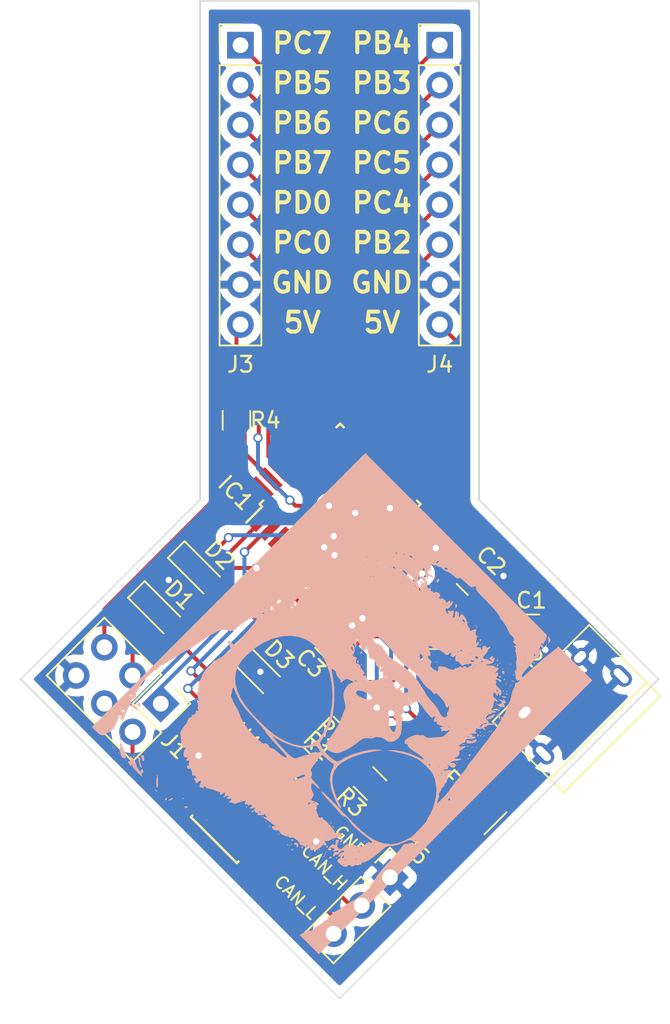
<source format=kicad_pcb>
(kicad_pcb (version 4) (host pcbnew 4.0.6)
  (layers (0 F.Cu signal) (31 B.Cu signal) (34 B.Paste user) (35 F.Paste user) (36 B.SilkS user) (37 F.SilkS user) (38 B.Mask user) (39 F.Mask user) (44 Edge.Cuts user))
  (net 0 "")
  (net 1 VCC)
  (net 2 GND)
  (net 3 "Net-(C2-Pad1)")
  (net 4 "Net-(C3-Pad1)")
  (net 5 "Net-(D1-Pad2)")
  (net 6 "Net-(D2-Pad2)")
  (net 7 "Net-(D3-Pad2)")
  (net 8 MISO_A)
  (net 9 MOSI_A)
  (net 10 "Net-(IC1-Pad3)")
  (net 11 TXCAN)
  (net 12 RXCAN)
  (net 13 "Net-(IC1-Pad13)")
  (net 14 "Net-(IC1-Pad14)")
  (net 15 LED1)
  (net 16 "Net-(IC1-Pad21)")
  (net 17 LED3)
  (net 18 LED2)
  (net 19 RESET)
  (net 20 "Net-(IC1-Pad32)")
  (net 21 "Net-(F1-Pad2)")
  (net 22 "Net-(J2-Pad2)")
  (net 23 "Net-(J2-Pad3)")
  (net 24 "Net-(J2-Pad4)")
  (net 25 "Net-(U1-Pad5)")
  (net 26 SCK_A)
  (net 27 25)
  (net 28 26)
  (net 29 27)
  (net 30 28)
  (net 31 29)
  (net 32 30)
  (net 33 16)
  (net 34 17)
  (net 35 18)
  (net 36 22)
  (net 37 23)
  (net 38 24)
  (net 39 /CANH)
  (net 40 /CANL)
  (module Pin_Headers:Pin_Header_Straight_1x03_Pitch2.54mm (layer F.Cu) (at 118.745 113.919 315)
    (fp_text reference J5 (at 0 -2.33 315) (layer F.SilkS))
    (fp_text value CONN_01X03)
    (pad 1 thru_hole rect (at 0 0 315) (size 1.7 1.7) (drill 1) (layers *.Cu *.Mask) (net 2 GND))
    (pad 2 thru_hole oval (at 0 2.54 315) (size 1.7 1.7) (drill 1) (layers *.Cu *.Mask) (net 39 /CANH))
    (pad 3 thru_hole oval (at 0 5.08 315) (size 1.7 1.7) (drill 1) (layers *.Cu *.Mask) (net 40 /CANL))
  )
  (module Housings_QFP:TQFP-32_7x7mm_Pitch0.8mm (layer F.Cu) (at 115.57 90.17 45)
    (fp_text reference IC1 (at -4.20276 -5.208549 135) (layer F.SilkS))
    (fp_text value ATMEGA16M1)
    (pad 1 smd rect (at -4.25 -2.8 45) (size 1.6 0.55) (layers F.Cu F.Paste F.Mask) (net 8 MISO_A))
    (pad 2 smd rect (at -4.25 -2 45) (size 1.6 0.55) (layers F.Cu F.Paste F.Mask) (net 9 MOSI_A))
    (pad 3 smd rect (at -4.25 -1.2 45) (size 1.6 0.55) (layers F.Cu F.Paste F.Mask) (net 10 "Net-(IC1-Pad3)"))
    (pad 4 smd rect (at -4.25 -0.4 45) (size 1.6 0.55) (layers F.Cu F.Paste F.Mask) (net 1 VCC))
    (pad 5 smd rect (at -4.25 0.4 45) (size 1.6 0.55) (layers F.Cu F.Paste F.Mask) (net 2 GND))
    (pad 6 smd rect (at -4.25 1.2 45) (size 1.6 0.55) (layers F.Cu F.Paste F.Mask) (net 11 TXCAN))
    (pad 7 smd rect (at -4.25 2 45) (size 1.6 0.55) (layers F.Cu F.Paste F.Mask) (net 12 RXCAN))
    (pad 8 smd rect (at -4.25 2.8 45) (size 1.6 0.55) (layers F.Cu F.Paste F.Mask) (net 18 LED2))
    (pad 9 smd rect (at -2.8 4.25 135) (size 1.6 0.55) (layers F.Cu F.Paste F.Mask) (net 17 LED3))
    (pad 10 smd rect (at -2 4.25 135) (size 1.6 0.55) (layers F.Cu F.Paste F.Mask) (net 4 "Net-(C3-Pad1)"))
    (pad 11 smd rect (at -1.2 4.25 135) (size 1.6 0.55) (layers F.Cu F.Paste F.Mask) (net 3 "Net-(C2-Pad1)"))
    (pad 12 smd rect (at -0.4 4.25 135) (size 1.6 0.55) (layers F.Cu F.Paste F.Mask) (net 26 SCK_A))
    (pad 13 smd rect (at 0.4 4.25 135) (size 1.6 0.55) (layers F.Cu F.Paste F.Mask) (net 13 "Net-(IC1-Pad13)"))
    (pad 14 smd rect (at 1.2 4.25 135) (size 1.6 0.55) (layers F.Cu F.Paste F.Mask) (net 14 "Net-(IC1-Pad14)"))
    (pad 15 smd rect (at 2 4.25 135) (size 1.6 0.55) (layers F.Cu F.Paste F.Mask) (net 15 LED1))
    (pad 16 smd rect (at 2.8 4.25 135) (size 1.6 0.55) (layers F.Cu F.Paste F.Mask) (net 33 16))
    (pad 17 smd rect (at 4.25 2.8 45) (size 1.6 0.55) (layers F.Cu F.Paste F.Mask) (net 34 17))
    (pad 18 smd rect (at 4.25 2 45) (size 1.6 0.55) (layers F.Cu F.Paste F.Mask) (net 35 18))
    (pad 19 smd rect (at 4.25 1.2 45) (size 1.6 0.55) (layers F.Cu F.Paste F.Mask) (net 1 VCC))
    (pad 20 smd rect (at 4.25 0.4 45) (size 1.6 0.55) (layers F.Cu F.Paste F.Mask) (net 2 GND))
    (pad 21 smd rect (at 4.25 -0.4 45) (size 1.6 0.55) (layers F.Cu F.Paste F.Mask) (net 16 "Net-(IC1-Pad21)"))
    (pad 22 smd rect (at 4.25 -1.2 45) (size 1.6 0.55) (layers F.Cu F.Paste F.Mask) (net 36 22))
    (pad 23 smd rect (at 4.25 -2 45) (size 1.6 0.55) (layers F.Cu F.Paste F.Mask) (net 37 23))
    (pad 24 smd rect (at 4.25 -2.8 45) (size 1.6 0.55) (layers F.Cu F.Paste F.Mask) (net 38 24))
    (pad 25 smd rect (at 2.8 -4.25 135) (size 1.6 0.55) (layers F.Cu F.Paste F.Mask) (net 27 25))
    (pad 26 smd rect (at 2 -4.25 135) (size 1.6 0.55) (layers F.Cu F.Paste F.Mask) (net 28 26))
    (pad 27 smd rect (at 1.2 -4.25 135) (size 1.6 0.55) (layers F.Cu F.Paste F.Mask) (net 29 27))
    (pad 28 smd rect (at 0.4 -4.25 135) (size 1.6 0.55) (layers F.Cu F.Paste F.Mask) (net 30 28))
    (pad 29 smd rect (at -0.4 -4.25 135) (size 1.6 0.55) (layers F.Cu F.Paste F.Mask) (net 31 29))
    (pad 30 smd rect (at -1.2 -4.25 135) (size 1.6 0.55) (layers F.Cu F.Paste F.Mask) (net 32 30))
    (pad 31 smd rect (at -2 -4.25 135) (size 1.6 0.55) (layers F.Cu F.Paste F.Mask) (net 19 RESET))
    (pad 32 smd rect (at -2.8 -4.25 135) (size 1.6 0.55) (layers F.Cu F.Paste F.Mask) (net 20 "Net-(IC1-Pad32)"))
  )
  (module Capacitors_SMD:C_0805_HandSoldering (layer F.Cu) (at 127.762 98.044)
    (fp_text reference C1 (at 0 -1.75) (layer F.SilkS))
    (fp_text value 0.1uF)
    (pad 1 smd rect (at -1.25 0) (size 1.5 1.25) (layers F.Cu F.Paste F.Mask) (net 1 VCC))
    (pad 2 smd rect (at 1.25 0) (size 1.5 1.25) (layers F.Cu F.Paste F.Mask) (net 2 GND))
  )
  (module Capacitors_SMD:C_0805_HandSoldering (layer F.Cu) (at 123.952 94.996 315)
    (fp_text reference C2 (at 0 -1.75 315) (layer F.SilkS))
    (fp_text value 30pF)
    (pad 1 smd rect (at -1.25 0 315) (size 1.5 1.25) (layers F.Cu F.Paste F.Mask) (net 3 "Net-(C2-Pad1)"))
    (pad 2 smd rect (at 1.25 0 315) (size 1.5 1.25) (layers F.Cu F.Paste F.Mask) (net 2 GND))
  )
  (module Capacitors_SMD:C_0805_HandSoldering (layer F.Cu) (at 114.935 99.06 135)
    (fp_text reference C3 (at 0 -1.75 135) (layer F.SilkS))
    (fp_text value 30pF)
    (pad 1 smd rect (at -1.25 0 135) (size 1.5 1.25) (layers F.Cu F.Paste F.Mask) (net 4 "Net-(C3-Pad1)"))
    (pad 2 smd rect (at 1.25 0 135) (size 1.5 1.25) (layers F.Cu F.Paste F.Mask) (net 2 GND))
  )
  (module LEDs:LED_0805_HandSoldering (layer F.Cu) (at 104.14 97.155 315)
    (fp_text reference D1 (at 0 -1.7 315) (layer F.SilkS))
    (fp_text value LED)
    (pad 1 smd rect (at -1.35 0 315) (size 1.5 1.3) (layers F.Cu F.Paste F.Mask) (net 2 GND))
    (pad 2 smd rect (at 1.35 0 315) (size 1.5 1.3) (layers F.Cu F.Paste F.Mask) (net 5 "Net-(D1-Pad2)"))
  )
  (module LEDs:LED_0805_HandSoldering (layer F.Cu) (at 106.68 94.615 315)
    (fp_text reference D2 (at 0 -1.7 315) (layer F.SilkS))
    (fp_text value LED)
    (pad 1 smd rect (at -1.35 0 315) (size 1.5 1.3) (layers F.Cu F.Paste F.Mask) (net 2 GND))
    (pad 2 smd rect (at 1.35 0 315) (size 1.5 1.3) (layers F.Cu F.Paste F.Mask) (net 6 "Net-(D2-Pad2)"))
  )
  (module LEDs:LED_0805_HandSoldering (layer F.Cu) (at 110.49 100.965 315)
    (fp_text reference D3 (at 0 -1.7 315) (layer F.SilkS))
    (fp_text value LED)
    (pad 1 smd rect (at -1.35 0 315) (size 1.5 1.3) (layers F.Cu F.Paste F.Mask) (net 2 GND))
    (pad 2 smd rect (at 1.35 0 315) (size 1.5 1.3) (layers F.Cu F.Paste F.Mask) (net 7 "Net-(D3-Pad2)"))
  )
  (module Pin_Headers:Pin_Header_Straight_2x03_Pitch2.54mm (layer F.Cu) (at 104.14 102.87 225)
    (fp_text reference J1 (at 1.257236 -2.514472 315) (layer F.SilkS))
    (fp_text value CONN_02X03)
    (pad 1 thru_hole rect (at 0 0 225) (size 1.7 1.7) (drill 1) (layers *.Cu *.Mask) (net 8 MISO_A))
    (pad 2 thru_hole oval (at 2.54 0 225) (size 1.7 1.7) (drill 1) (layers *.Cu *.Mask) (net 1 VCC))
    (pad 3 thru_hole oval (at 0 2.54 225) (size 1.7 1.7) (drill 1) (layers *.Cu *.Mask) (net 26 SCK_A))
    (pad 4 thru_hole oval (at 2.54 2.54 225) (size 1.7 1.7) (drill 1) (layers *.Cu *.Mask) (net 9 MOSI_A))
    (pad 5 thru_hole oval (at 0 5.08 225) (size 1.7 1.7) (drill 1) (layers *.Cu *.Mask) (net 19 RESET))
    (pad 6 thru_hole oval (at 2.54 5.08 225) (size 1.7 1.7) (drill 1) (layers *.Cu *.Mask) (net 2 GND))
  )
  (module Formula:USB_Micro-B (layer F.Cu) (at 130.048 102.616 45)
    (fp_text reference J2 (at 0.35921 -3.771708 135) (layer F.SilkS))
    (fp_text value USB_OTG)
    (pad 1 smd rect (at -1.3 -1.35 135) (size 1.35 0.4) (layers F.Cu F.Paste F.Mask) (net 21 "Net-(F1-Pad2)"))
    (pad 2 smd rect (at -0.65 -1.35 135) (size 1.35 0.4) (layers F.Cu F.Paste F.Mask) (net 22 "Net-(J2-Pad2)"))
    (pad 3 smd rect (at 0 -1.35 135) (size 1.35 0.4) (layers F.Cu F.Paste F.Mask) (net 23 "Net-(J2-Pad3)"))
    (pad 4 smd rect (at 0.65 -1.35 135) (size 1.35 0.4) (layers F.Cu F.Paste F.Mask) (net 24 "Net-(J2-Pad4)"))
    (pad 5 smd rect (at 1.3 -1.35 135) (size 1.35 0.4) (layers F.Cu F.Paste F.Mask) (net 2 GND))
    (pad 6 thru_hole oval (at -2.5 -1.35 135) (size 0.95 1.25) (drill oval 0.55 0.85) (layers *.Cu *.Mask) (net 2 GND))
    (pad 6 thru_hole oval (at 2.5 -1.35 135) (size 0.95 1.25) (drill oval 0.55 0.85) (layers *.Cu *.Mask) (net 2 GND))
    (pad 6 thru_hole oval (at -3.5 1.35 135) (size 1.55 1) (drill oval 1.15 0.5) (layers *.Cu *.Mask) (net 2 GND))
    (pad 6 thru_hole oval (at 3.5 1.35 135) (size 1.55 1) (drill oval 1.15 0.5) (layers *.Cu *.Mask) (net 2 GND))
  )
  (module Pin_Headers:Pin_Header_Straight_1x08_Pitch2.54mm (layer F.Cu) (at 109.22 60.96)
    (fp_text reference J3 (at 0 20.32) (layer F.SilkS))
    (fp_text value CONN_01X08)
    (pad 1 thru_hole rect (at 0 0) (size 1.7 1.7) (drill 1) (layers *.Cu *.Mask) (net 27 25))
    (pad 2 thru_hole oval (at 0 2.54) (size 1.7 1.7) (drill 1) (layers *.Cu *.Mask) (net 28 26))
    (pad 3 thru_hole oval (at 0 5.08) (size 1.7 1.7) (drill 1) (layers *.Cu *.Mask) (net 29 27))
    (pad 4 thru_hole oval (at 0 7.62) (size 1.7 1.7) (drill 1) (layers *.Cu *.Mask) (net 30 28))
    (pad 5 thru_hole oval (at 0 10.16) (size 1.7 1.7) (drill 1) (layers *.Cu *.Mask) (net 31 29))
    (pad 6 thru_hole oval (at 0 12.7) (size 1.7 1.7) (drill 1) (layers *.Cu *.Mask) (net 32 30))
    (pad 7 thru_hole oval (at 0 15.24) (size 1.7 1.7) (drill 1) (layers *.Cu *.Mask) (net 2 GND))
    (pad 8 thru_hole oval (at 0 17.78) (size 1.7 1.7) (drill 1) (layers *.Cu *.Mask) (net 1 VCC))
  )
  (module Pin_Headers:Pin_Header_Straight_1x08_Pitch2.54mm (layer F.Cu) (at 121.92 60.96)
    (fp_text reference J4 (at 0 20.32) (layer F.SilkS))
    (fp_text value CONN_01X08)
    (pad 1 thru_hole rect (at 0 0) (size 1.7 1.7) (drill 1) (layers *.Cu *.Mask) (net 38 24))
    (pad 2 thru_hole oval (at 0 2.54) (size 1.7 1.7) (drill 1) (layers *.Cu *.Mask) (net 37 23))
    (pad 3 thru_hole oval (at 0 5.08) (size 1.7 1.7) (drill 1) (layers *.Cu *.Mask) (net 36 22))
    (pad 4 thru_hole oval (at 0 7.62) (size 1.7 1.7) (drill 1) (layers *.Cu *.Mask) (net 35 18))
    (pad 5 thru_hole oval (at 0 10.16) (size 1.7 1.7) (drill 1) (layers *.Cu *.Mask) (net 34 17))
    (pad 6 thru_hole oval (at 0 12.7) (size 1.7 1.7) (drill 1) (layers *.Cu *.Mask) (net 33 16))
    (pad 7 thru_hole oval (at 0 15.24) (size 1.7 1.7) (drill 1) (layers *.Cu *.Mask) (net 2 GND))
    (pad 8 thru_hole oval (at 0 17.78) (size 1.7 1.7) (drill 1) (layers *.Cu *.Mask) (net 1 VCC))
  )
  (module Resistors_SMD:R_0805_HandSoldering (layer F.Cu) (at 113.03 106.68 135)
    (fp_text reference R1 (at 0 1.616446 135) (layer F.SilkS))
    (fp_text value 330)
    (pad 1 smd rect (at -1.35 0 135) (size 1.5 1.3) (layers F.Cu F.Paste F.Mask) (net 15 LED1))
    (pad 2 smd rect (at 1.35 0 135) (size 1.5 1.3) (layers F.Cu F.Paste F.Mask) (net 5 "Net-(D1-Pad2)"))
  )
  (module Resistors_SMD:R_0805_HandSoldering (layer F.Cu) (at 116.205 103.505 135)
    (fp_text reference R2 (at 0 -1.700001 135) (layer F.SilkS))
    (fp_text value 330)
    (pad 1 smd rect (at -1.35 0 135) (size 1.5 1.3) (layers F.Cu F.Paste F.Mask) (net 18 LED2))
    (pad 2 smd rect (at 1.35 0 135) (size 1.5 1.3) (layers F.Cu F.Paste F.Mask) (net 6 "Net-(D2-Pad2)"))
  )
  (module Resistors_SMD:R_0805_HandSoldering (layer F.Cu) (at 117.475 107.95 135)
    (fp_text reference R3 (at 0 -1.7 135) (layer F.SilkS))
    (fp_text value 330)
    (pad 1 smd rect (at -1.35 0 135) (size 1.5 1.3) (layers F.Cu F.Paste F.Mask) (net 17 LED3))
    (pad 2 smd rect (at 1.35 0 135) (size 1.5 1.3) (layers F.Cu F.Paste F.Mask) (net 7 "Net-(D3-Pad2)"))
  )
  (module Housings_SOIC:SOIC-8_3.9x4.9mm_Pitch1.27mm (layer F.Cu) (at 109.347 109.728 315)
    (fp_text reference U1 (at -3.14309 -3.5023 315) (layer F.SilkS))
    (fp_text value MCP2561-E/SN)
    (pad 1 smd rect (at -2.7 -1.905 315) (size 1.55 0.6) (layers F.Cu F.Paste F.Mask) (net 11 TXCAN))
    (pad 2 smd rect (at -2.7 -0.635 315) (size 1.55 0.6) (layers F.Cu F.Paste F.Mask) (net 2 GND))
    (pad 3 smd rect (at -2.7 0.635 315) (size 1.55 0.6) (layers F.Cu F.Paste F.Mask) (net 1 VCC))
    (pad 4 smd rect (at -2.7 1.905 315) (size 1.55 0.6) (layers F.Cu F.Paste F.Mask) (net 12 RXCAN))
    (pad 5 smd rect (at 2.7 1.905 315) (size 1.55 0.6) (layers F.Cu F.Paste F.Mask) (net 25 "Net-(U1-Pad5)"))
    (pad 6 smd rect (at 2.7 0.635 315) (size 1.55 0.6) (layers F.Cu F.Paste F.Mask) (net 40 /CANL))
    (pad 7 smd rect (at 2.7 -0.635 315) (size 1.55 0.6) (layers F.Cu F.Paste F.Mask) (net 39 /CANH))
    (pad 8 smd rect (at 2.7 -1.905 315) (size 1.55 0.6) (layers F.Cu F.Paste F.Mask) (net 2 GND))
  )
  (module Formula:Crystal_SMD_FA238 (layer F.Cu) (at 120.65 97.79 180)
    (fp_text reference Y1 (at 0 -2.54 180) (layer F.SilkS))
    (fp_text value Crystal_SMD)
    (pad 1 smd rect (at -1.1 0.8 180) (size 1.4 1.2) (layers F.Cu F.Mask) (net 3 "Net-(C2-Pad1)"))
    (pad 2 smd rect (at 1.1 0.8 180) (size 1.4 1.2) (layers F.Cu F.Mask) (net 2 GND))
    (pad 3 smd rect (at 1.1 -0.8 180) (size 1.4 1.2) (layers F.Cu F.Mask) (net 4 "Net-(C3-Pad1)"))
    (pad 4 smd rect (at -1.1 -0.8 180) (size 1.4 1.2) (layers F.Cu F.Mask) (net 2 GND))
  )
  (module Fuse_Holders_and_Fuses:Fuse_SMD1206_HandSoldering (layer F.Cu) (at 124.714 109.728 45)
    (fp_text reference F1 (at 0 -2.514472 135) (layer F.SilkS))
    (fp_text value Polyfuse)
    (pad 1 smd rect (at -2.09 0 135) (size 2.03 2.65) (layers F.Cu F.Paste F.Mask) (net 1 VCC))
    (pad 2 smd rect (at 2.09 0 135) (size 2.03 2.65) (layers F.Cu F.Paste F.Mask) (net 21 "Net-(F1-Pad2)"))
  )
  (module Resistors_SMD:R_0805_HandSoldering (layer F.Cu) (at 108.966 84.836 270)
    (fp_text reference R4 (at 0 -1.8415 360) (layer F.SilkS))
    (fp_text value 10K)
    (pad 1 smd rect (at -1.35 0 270) (size 1.5 1.3) (layers F.Cu F.Paste F.Mask) (net 1 VCC))
    (pad 2 smd rect (at 1.35 0 270) (size 1.5 1.3) (layers F.Cu F.Paste F.Mask) (net 19 RESET))
  )
  (module Formula:Byron-Face-small (layer B.Cu) (at 115.697 102.87 315)
    (fp_text reference G*** hide)
    (fp_text value LOGO hide)
  )
  (gr_text 5V (at 118.237 78.613) (layer F.SilkS) (effects (font (size 1.27 1.27) (thickness 0.254))))
  (gr_text GND (at 118.237 76.073) (layer F.SilkS) (effects (font (size 1.27 1.27) (thickness 0.254))))
  (gr_text PB2 (at 118.237 73.533) (layer F.SilkS) (effects (font (size 1.27 1.27) (thickness 0.254))))
  (gr_text PC4 (at 118.237 70.993) (layer F.SilkS) (effects (font (size 1.27 1.27) (thickness 0.254))))
  (gr_text PC5 (at 118.237 68.453) (layer F.SilkS) (effects (font (size 1.27 1.27) (thickness 0.254))))
  (gr_text 5V (at 113.157 78.613) (layer F.SilkS) (effects (font (size 1.27 1.27) (thickness 0.254))))
  (gr_text GND (at 113.157 76.073) (layer F.SilkS) (effects (font (size 1.27 1.27) (thickness 0.254))))
  (gr_text PC0 (at 113.157 73.533) (layer F.SilkS) (effects (font (size 1.27 1.27) (thickness 0.254))))
  (gr_text PD0 (at 113.157 70.993) (layer F.SilkS) (effects (font (size 1.27 1.27) (thickness 0.254))))
  (gr_text PB7 (at 113.157 68.453) (layer F.SilkS) (effects (font (size 1.27 1.27) (thickness 0.254))))
  (gr_text PB6 (at 113.157 65.913) (layer F.SilkS) (effects (font (size 1.27 1.27) (thickness 0.254))))
  (gr_text PC6 (at 118.237 65.913) (layer F.SilkS) (effects (font (size 1.27 1.27) (thickness 0.254))))
  (gr_text PB3 (at 118.237 63.373) (layer F.SilkS) (effects (font (size 1.27 1.27) (thickness 0.254))))
  (gr_text PB4 (at 118.237 60.833) (layer F.SilkS) (effects (font (size 1.27 1.27) (thickness 0.254))))
  (gr_text PB5 (at 113.157 63.373) (layer F.SilkS) (effects (font (size 1.27 1.27) (thickness 0.254))))
  (gr_text "PC7\n" (at 113.157 60.833) (layer F.SilkS) (effects (font (size 1.27 1.27) (thickness 0.254))))
  (gr_text "GND\n" (at 116.205 111.633 315) (layer F.SilkS) (effects (font (size 0.762 0.762) (thickness 0.127))))
  (gr_text "CAN_L\n" (at 112.776 115.189 315) (layer F.SilkS) (effects (font (size 0.762 0.762) (thickness 0.127))))
  (gr_text CAN_H (at 114.554 113.284 315) (layer F.SilkS) (effects (font (size 0.762 0.762) (thickness 0.127))))
  (gr_line (start 106.645012 58.134261) (end 106.645012 89.884261) (layer Edge.Cuts) (width 0.1))
  (gr_line (start 95.215012 101.314261) (end 106.645012 89.884261) (layer Edge.Cuts) (width 0.1))
  (gr_line (start 95.215012 101.314261) (end 115.535012 121.634261) (layer Edge.Cuts) (width 0.1))
  (gr_line (start 115.535012 121.634261) (end 135.855012 101.314261) (layer Edge.Cuts) (width 0.1))
  (gr_line (start 135.855012 101.314261) (end 124.425012 89.884261) (layer Edge.Cuts) (width 0.1))
  (gr_line (start 124.425012 58.134261) (end 124.425012 89.884261) (layer Edge.Cuts) (width 0.1))
  (gr_line (start 106.645012 58.134261) (end 124.425012 58.134261) (layer Edge.Cuts) (width 0.1))
  (segment (start 123.698 91.313) (end 123.317 91.313) (width 0.254) (layer F.Cu) (net 1))
  (segment (start 126.512 97.262) (end 127.127 96.647) (width 0.254) (layer F.Cu) (net 1))
  (segment (start 127.127 96.647) (end 127.127 94.742) (width 0.254) (layer F.Cu) (net 1))
  (segment (start 127.127 94.742) (end 123.698 91.313) (width 0.254) (layer F.Cu) (net 1))
  (via (at 118.745 90.424) (size 0.6) (drill 0.4) (layers F.Cu B.Cu) (net 1))
  (segment (start 118.745 90.424) (end 118.4402 90.7288) (width 0.254) (layer F.Cu) (net 1))
  (segment (start 116.5352 90.7288) (end 118.4402 90.7288) (width 0.254) (layer F.Cu) (net 1))
  (segment (start 126.512 97.262) (end 126.512 98.044) (width 0.254) (layer F.Cu) (net 1))
  (segment (start 119.126 90.424) (end 118.745 90.424) (width 0.254) (layer B.Cu) (net 1))
  (segment (start 121.666 92.964) (end 119.126 90.424) (width 0.254) (layer B.Cu) (net 1))
  (via (at 121.666 92.964) (size 0.6) (drill 0.4) (layers F.Cu B.Cu) (net 1))
  (segment (start 123.317 91.313) (end 121.666 92.964) (width 0.254) (layer F.Cu) (net 1))
  (segment (start 109.982 108.712) (end 107.432975 108.712) (width 0.254) (layer F.Cu) (net 1))
  (segment (start 107.432975 108.712) (end 106.988799 108.267824) (width 0.254) (layer F.Cu) (net 1))
  (segment (start 123.236147 111.205853) (end 119.934147 111.205853) (width 0.254) (layer F.Cu) (net 1))
  (segment (start 102.343949 107.042949) (end 102.343949 104.666051) (width 0.254) (layer F.Cu) (net 1))
  (segment (start 106.045 110.744) (end 102.343949 107.042949) (width 0.254) (layer F.Cu) (net 1))
  (segment (start 107.95 110.744) (end 106.045 110.744) (width 0.254) (layer F.Cu) (net 1))
  (segment (start 109.982 108.712) (end 107.95 110.744) (width 0.254) (layer F.Cu) (net 1))
  (segment (start 112.903 108.712) (end 109.982 108.712) (width 0.254) (layer F.Cu) (net 1))
  (segment (start 115.824 111.633) (end 112.903 108.712) (width 0.254) (layer F.Cu) (net 1))
  (segment (start 119.507 111.633) (end 115.824 111.633) (width 0.254) (layer F.Cu) (net 1))
  (segment (start 119.934147 111.205853) (end 119.507 111.633) (width 0.254) (layer F.Cu) (net 1))
  (segment (start 126.512 98.044) (end 126.512 98.024) (width 0.254) (layer F.Cu) (net 1))
  (segment (start 126.512 98.024) (end 127.635 96.901) (width 0.254) (layer F.Cu) (net 1))
  (segment (start 123.063 79.883) (end 121.92 78.74) (width 0.254) (layer F.Cu) (net 1))
  (segment (start 123.063 89.789) (end 123.063 79.883) (width 0.254) (layer F.Cu) (net 1))
  (segment (start 127.635 94.361) (end 123.063 89.789) (width 0.254) (layer F.Cu) (net 1))
  (segment (start 127.635 96.901) (end 127.635 94.361) (width 0.254) (layer F.Cu) (net 1))
  (segment (start 123.490147 111.205853) (end 123.490147 110.443853) (width 0.254) (layer F.Cu) (net 1))
  (segment (start 123.490147 110.443853) (end 123.952 109.982) (width 0.254) (layer F.Cu) (net 1))
  (segment (start 126.512 98.913) (end 126.512 98.044) (width 0.254) (layer F.Cu) (net 1))
  (segment (start 123.952 101.473) (end 126.512 98.913) (width 0.254) (layer F.Cu) (net 1))
  (segment (start 123.952 109.982) (end 123.952 101.473) (width 0.254) (layer F.Cu) (net 1))
  (segment (start 123.490147 111.205853) (end 123.490147 101.065853) (width 0.254) (layer F.Cu) (net 1))
  (segment (start 123.490147 101.065853) (end 126.512 98.044) (width 0.254) (layer F.Cu) (net 1))
  (segment (start 114.8588 90.2716) (end 112.7252 90.2716) (width 0.254) (layer F.Cu) (net 1))
  (segment (start 110.3884 84.9084) (end 108.966 83.486) (width 0.254) (layer F.Cu) (net 1))
  (segment (start 110.3884 85.9028) (end 110.3884 84.9084) (width 0.254) (layer F.Cu) (net 1))
  (segment (start 110.3376 85.9536) (end 110.3884 85.9028) (width 0.254) (layer F.Cu) (net 1))
  (via (at 110.3376 85.9536) (size 0.6) (drill 0.4) (layers F.Cu B.Cu) (net 1))
  (segment (start 110.3376 87.884) (end 110.3376 85.9536) (width 0.254) (layer B.Cu) (net 1))
  (segment (start 112.3696 89.916) (end 110.3376 87.884) (width 0.254) (layer B.Cu) (net 1))
  (via (at 112.3696 89.916) (size 0.6) (drill 0.4) (layers F.Cu B.Cu) (net 1))
  (segment (start 112.7252 90.2716) (end 112.3696 89.916) (width 0.254) (layer F.Cu) (net 1))
  (segment (start 108.966 83.486) (end 108.966 78.994) (width 0.254) (layer F.Cu) (net 1))
  (segment (start 108.966 78.994) (end 109.22 78.74) (width 0.254) (layer F.Cu) (net 1))
  (segment (start 123.490147 111.205853) (end 123.490147 109.935853) (width 0.254) (layer F.Cu) (net 1))
  (segment (start 112.281953 92.892361) (end 112.281953 92.848447) (width 0.254) (layer F.Cu) (net 1))
  (segment (start 112.281953 92.848447) (end 114.8588 90.2716) (width 0.254) (layer F.Cu) (net 1))
  (via (at 116.5352 90.7288) (size 0.6) (drill 0.4) (layers F.Cu B.Cu) (net 1))
  (via (at 114.8588 90.2716) (size 0.6) (drill 0.4) (layers F.Cu B.Cu) (net 1))
  (segment (start 114.8588 90.2716) (end 115.316 90.7288) (width 0.254) (layer B.Cu) (net 1))
  (segment (start 115.316 90.7288) (end 116.5352 90.7288) (width 0.254) (layer B.Cu) (net 1))
  (segment (start 116.5352 90.7288) (end 119.250676 88.013324) (width 0.254) (layer F.Cu) (net 1))
  (segment (start 119.250676 88.013324) (end 119.423732 88.013324) (width 0.254) (layer F.Cu) (net 1))
  (segment (start 112.603227 110.29015) (end 112.70315 110.29015) (width 0.254) (layer F.Cu) (net 2))
  (segment (start 112.70315 110.29015) (end 114.046 111.633) (width 0.254) (layer F.Cu) (net 2))
  (via (at 114.046 111.633) (size 0.6) (drill 0.4) (layers F.Cu B.Cu) (net 2))
  (segment (start 107.886824 107.369799) (end 107.750799 107.369799) (width 0.254) (layer F.Cu) (net 2))
  (segment (start 107.750799 107.369799) (end 106.553 106.172) (width 0.254) (layer F.Cu) (net 2))
  (via (at 106.553 106.172) (size 0.6) (drill 0.4) (layers F.Cu B.Cu) (net 2))
  (segment (start 128.651 98.405) (end 128.651 99.441) (width 0.254) (layer F.Cu) (net 2))
  (via (at 128.651 99.441) (size 0.6) (drill 0.4) (layers F.Cu B.Cu) (net 2))
  (segment (start 128.651 99.441) (end 129.952167 100.742167) (width 0.254) (layer F.Cu) (net 2))
  (segment (start 128.651 98.405) (end 129.012 98.044) (width 0.254) (layer F.Cu) (net 2))
  (segment (start 130.012645 100.742167) (end 129.952167 100.742167) (width 0.254) (layer F.Cu) (net 2))
  (segment (start 124.835883 95.879883) (end 124.846117 95.879883) (width 0.254) (layer F.Cu) (net 2))
  (segment (start 124.846117 95.879883) (end 125.984 94.742) (width 0.254) (layer F.Cu) (net 2))
  (via (at 125.984 94.742) (size 0.6) (drill 0.4) (layers F.Cu B.Cu) (net 2))
  (segment (start 109.535406 100.010406) (end 109.662406 100.010406) (width 0.254) (layer F.Cu) (net 2))
  (segment (start 109.662406 100.010406) (end 110.49 100.838) (width 0.254) (layer F.Cu) (net 2))
  (via (at 110.49 100.838) (size 0.6) (drill 0.4) (layers F.Cu B.Cu) (net 2))
  (segment (start 105.725406 93.660406) (end 105.725406 93.918594) (width 0.254) (layer F.Cu) (net 2))
  (segment (start 105.725406 93.918594) (end 104.648 94.996) (width 0.254) (layer F.Cu) (net 2))
  (segment (start 103.185406 96.200406) (end 103.443594 96.200406) (width 0.254) (layer F.Cu) (net 2))
  (segment (start 103.443594 96.200406) (end 104.648 94.996) (width 0.254) (layer F.Cu) (net 2))
  (via (at 104.648 94.996) (size 0.6) (drill 0.4) (layers F.Cu B.Cu) (net 2))
  (segment (start 112.847639 93.458047) (end 118.858047 87.447639) (width 0.254) (layer F.Cu) (net 2))
  (segment (start 114.051117 98.176117) (end 114.051117 99.776317) (width 0.254) (layer F.Cu) (net 2))
  (segment (start 118.8416 101.4984) (end 121.75 98.59) (width 0.254) (layer F.Cu) (net 2))
  (segment (start 115.7732 101.4984) (end 118.8416 101.4984) (width 0.254) (layer F.Cu) (net 2))
  (segment (start 114.051117 99.776317) (end 115.7732 101.4984) (width 0.254) (layer F.Cu) (net 2))
  (segment (start 114.051117 98.176117) (end 114.051117 97.490317) (width 0.254) (layer F.Cu) (net 2))
  (segment (start 114.051117 97.490317) (end 112.0648 95.504) (width 0.254) (layer F.Cu) (net 2))
  (segment (start 112.0648 95.504) (end 112.0648 94.240886) (width 0.254) (layer F.Cu) (net 2))
  (segment (start 112.0648 94.240886) (end 112.847639 93.458047) (width 0.254) (layer F.Cu) (net 2))
  (segment (start 124.835883 95.879883) (end 124.835883 97.414117) (width 0.254) (layer F.Cu) (net 2))
  (segment (start 124.835883 97.414117) (end 123.66 98.59) (width 0.254) (layer F.Cu) (net 2))
  (segment (start 123.66 98.59) (end 121.75 98.59) (width 0.254) (layer F.Cu) (net 2))
  (segment (start 119.55 96.99) (end 119.6976 96.99) (width 0.254) (layer F.Cu) (net 2))
  (segment (start 119.6976 96.99) (end 121.2976 98.59) (width 0.254) (layer F.Cu) (net 2))
  (segment (start 121.2976 98.59) (end 121.75 98.59) (width 0.254) (layer F.Cu) (net 2))
  (segment (start 121.75 96.99) (end 121.75 95.430234) (width 0.254) (layer F.Cu) (net 3))
  (segment (start 121.75 95.430234) (end 123.068117 94.112117) (width 0.254) (layer F.Cu) (net 3))
  (segment (start 121.75 96.99) (end 121.75 96.8072) (width 0.254) (layer F.Cu) (net 3))
  (segment (start 121.75 96.8072) (end 119.9896 95.0468) (width 0.254) (layer F.Cu) (net 3))
  (segment (start 119.9896 95.0468) (end 118.749744 95.0468) (width 0.254) (layer F.Cu) (net 3))
  (segment (start 118.749744 95.0468) (end 117.726676 94.023732) (width 0.254) (layer F.Cu) (net 3))
  (segment (start 119.55 98.59) (end 117.172766 98.59) (width 0.254) (layer F.Cu) (net 4))
  (segment (start 117.172766 98.59) (end 115.818883 99.943883) (width 0.254) (layer F.Cu) (net 4))
  (segment (start 119.55 98.59) (end 119.164 98.59) (width 0.254) (layer F.Cu) (net 4))
  (segment (start 119.164 98.59) (end 118.0592 97.4852) (width 0.254) (layer F.Cu) (net 4))
  (segment (start 118.0592 97.4852) (end 118.0592 95.487627) (width 0.254) (layer F.Cu) (net 4))
  (segment (start 118.0592 95.487627) (end 117.16099 94.589417) (width 0.254) (layer F.Cu) (net 4))
  (segment (start 105.094594 98.109594) (end 105.094594 98.744594) (width 0.254) (layer F.Cu) (net 5))
  (segment (start 105.094594 98.744594) (end 112.075406 105.725406) (width 0.254) (layer F.Cu) (net 5))
  (segment (start 107.634594 95.569594) (end 108.269594 95.569594) (width 0.254) (layer F.Cu) (net 6))
  (segment (start 108.269594 95.569594) (end 115.250406 102.550406) (width 0.254) (layer F.Cu) (net 6))
  (segment (start 111.444594 101.919594) (end 116.520406 106.995406) (width 0.254) (layer F.Cu) (net 7))
  (segment (start 104.14 102.87) (end 104.14 101.854) (width 0.254) (layer B.Cu) (net 8))
  (segment (start 104.14 101.854) (end 110.236 95.758) (width 0.254) (layer B.Cu) (net 8))
  (segment (start 110.236 95.758) (end 110.236 94.234) (width 0.254) (layer B.Cu) (net 8))
  (via (at 110.236 94.234) (size 0.6) (drill 0.4) (layers F.Cu B.Cu) (net 8))
  (segment (start 110.236 94.234) (end 108.712 94.234) (width 0.254) (layer F.Cu) (net 8))
  (segment (start 108.712 94.234) (end 108.458 93.98) (width 0.254) (layer F.Cu) (net 8))
  (segment (start 108.458 93.98) (end 108.458 93.322202) (width 0.254) (layer F.Cu) (net 8))
  (segment (start 108.458 93.322202) (end 110.584897 91.195305) (width 0.254) (layer F.Cu) (net 8))
  (segment (start 100.547898 102.87) (end 102.362 102.87) (width 0.254) (layer B.Cu) (net 9))
  (segment (start 109.474 93.218) (end 110.93101 91.76099) (width 0.254) (layer F.Cu) (net 9))
  (via (at 109.474 93.218) (size 0.6) (drill 0.4) (layers F.Cu B.Cu) (net 9))
  (segment (start 109.474 95.758) (end 109.474 93.218) (width 0.254) (layer B.Cu) (net 9))
  (segment (start 102.362 102.87) (end 109.474 95.758) (width 0.254) (layer B.Cu) (net 9))
  (segment (start 110.93101 91.76099) (end 111.150583 91.76099) (width 0.254) (layer F.Cu) (net 9))
  (segment (start 108.78485 106.471773) (end 109.047227 106.471773) (width 0.254) (layer F.Cu) (net 11))
  (segment (start 109.047227 106.471773) (end 109.8296 105.6894) (width 0.254) (layer F.Cu) (net 11))
  (segment (start 109.8296 105.6894) (end 109.8296 104.5464) (width 0.254) (layer F.Cu) (net 11))
  (segment (start 113.413324 94.023732) (end 113.443468 94.023732) (width 0.254) (layer F.Cu) (net 11))
  (segment (start 113.443468 94.023732) (end 114.554 92.9132) (width 0.254) (layer F.Cu) (net 11))
  (via (at 114.554 92.9132) (size 0.6) (drill 0.4) (layers F.Cu B.Cu) (net 11))
  (segment (start 114.554 92.9132) (end 110.998 96.4692) (width 0.254) (layer B.Cu) (net 11))
  (segment (start 110.998 96.4692) (end 110.3884 96.4692) (width 0.254) (layer B.Cu) (net 11))
  (segment (start 110.3884 96.4692) (end 106.0704 100.7872) (width 0.254) (layer B.Cu) (net 11))
  (via (at 106.0704 100.7872) (size 0.6) (drill 0.4) (layers F.Cu B.Cu) (net 11))
  (segment (start 106.0704 100.7872) (end 109.8296 104.5464) (width 0.254) (layer F.Cu) (net 11))
  (segment (start 106.090773 109.16585) (end 106.090773 109.138773) (width 0.254) (layer F.Cu) (net 12))
  (segment (start 106.090773 109.138773) (end 105.41 108.458) (width 0.254) (layer F.Cu) (net 12))
  (segment (start 105.41 108.458) (end 105.41 106.426) (width 0.254) (layer F.Cu) (net 12))
  (segment (start 105.41 106.426) (end 107.315 104.521) (width 0.254) (layer F.Cu) (net 12))
  (segment (start 107.315 104.521) (end 107.315 103.378) (width 0.254) (layer F.Cu) (net 12))
  (segment (start 114.046183 94.589417) (end 115.2144 93.4212) (width 0.254) (layer F.Cu) (net 12))
  (via (at 115.2144 93.4212) (size 0.6) (drill 0.4) (layers F.Cu B.Cu) (net 12))
  (segment (start 115.2144 93.4212) (end 111.5568 97.0788) (width 0.254) (layer B.Cu) (net 12))
  (segment (start 111.5568 97.0788) (end 110.6932 97.0788) (width 0.254) (layer B.Cu) (net 12))
  (segment (start 110.6932 97.0788) (end 105.8672 101.9048) (width 0.254) (layer B.Cu) (net 12))
  (via (at 105.8672 101.9048) (size 0.6) (drill 0.4) (layers F.Cu B.Cu) (net 12))
  (segment (start 106.807 102.8446) (end 107.3404 103.378) (width 0.254) (layer F.Cu) (net 12))
  (segment (start 105.8672 101.9048) (end 106.807 102.8446) (width 0.254) (layer F.Cu) (net 12))
  (segment (start 113.97901 94.589417) (end 114.046183 94.589417) (width 0.254) (layer F.Cu) (net 12))
  (segment (start 119.989417 91.76099) (end 119.989417 91.795417) (width 0.254) (layer F.Cu) (net 15))
  (segment (start 119.989417 91.795417) (end 120.8024 92.6084) (width 0.254) (layer F.Cu) (net 15))
  (segment (start 120.8024 92.6084) (end 120.8024 94.5896) (width 0.254) (layer F.Cu) (net 15))
  (via (at 120.8024 94.5896) (size 0.6) (drill 0.4) (layers F.Cu B.Cu) (net 15))
  (segment (start 120.8024 94.5896) (end 118.618 96.774) (width 0.254) (layer B.Cu) (net 15))
  (segment (start 118.618 96.774) (end 118.618 98.1456) (width 0.254) (layer B.Cu) (net 15))
  (segment (start 118.618 98.1456) (end 119.7864 99.314) (width 0.254) (layer B.Cu) (net 15))
  (segment (start 119.7864 99.314) (end 119.7864 103.1748) (width 0.254) (layer B.Cu) (net 15))
  (via (at 119.7864 103.1748) (size 0.6) (drill 0.4) (layers F.Cu B.Cu) (net 15))
  (segment (start 119.7864 103.1748) (end 120.4976 103.886) (width 0.254) (layer F.Cu) (net 15))
  (segment (start 120.4976 103.886) (end 120.4976 109.474) (width 0.254) (layer F.Cu) (net 15))
  (segment (start 120.4976 109.474) (end 118.9736 110.998) (width 0.254) (layer F.Cu) (net 15))
  (segment (start 118.9736 110.998) (end 117.348 110.998) (width 0.254) (layer F.Cu) (net 15))
  (segment (start 117.348 110.998) (end 113.984594 107.634594) (width 0.254) (layer F.Cu) (net 15))
  (segment (start 116.595305 95.155103) (end 116.595305 97.037305) (width 0.254) (layer F.Cu) (net 17))
  (segment (start 119.7864 107.547788) (end 118.429594 108.904594) (width 0.254) (layer F.Cu) (net 17))
  (segment (start 119.7864 104.4448) (end 119.7864 107.547788) (width 0.254) (layer F.Cu) (net 17))
  (segment (start 118.8212 103.4796) (end 119.7864 104.4448) (width 0.254) (layer F.Cu) (net 17))
  (via (at 118.8212 103.4796) (size 0.6) (drill 0.4) (layers F.Cu B.Cu) (net 17))
  (segment (start 118.8212 99.2632) (end 118.8212 103.4796) (width 0.254) (layer B.Cu) (net 17))
  (segment (start 116.9924 97.4344) (end 118.8212 99.2632) (width 0.254) (layer B.Cu) (net 17))
  (via (at 116.9924 97.4344) (size 0.6) (drill 0.4) (layers F.Cu B.Cu) (net 17))
  (segment (start 116.595305 97.037305) (end 116.9924 97.4344) (width 0.254) (layer F.Cu) (net 17))
  (segment (start 114.544695 95.155103) (end 114.544695 96.104295) (width 0.254) (layer F.Cu) (net 18))
  (segment (start 117.9068 103.124) (end 117.159594 103.871206) (width 0.254) (layer F.Cu) (net 18))
  (via (at 117.9068 103.124) (size 0.6) (drill 0.4) (layers F.Cu B.Cu) (net 18))
  (segment (start 117.9068 99.4664) (end 117.9068 103.124) (width 0.254) (layer B.Cu) (net 18))
  (segment (start 116.332 97.8916) (end 117.9068 99.4664) (width 0.254) (layer B.Cu) (net 18))
  (via (at 116.332 97.8916) (size 0.6) (drill 0.4) (layers F.Cu B.Cu) (net 18))
  (segment (start 114.544695 96.104295) (end 116.332 97.8916) (width 0.254) (layer F.Cu) (net 18))
  (segment (start 117.159594 103.871206) (end 117.159594 104.459594) (width 0.254) (layer F.Cu) (net 18))
  (segment (start 108.966 86.186) (end 108.966 88.4428) (width 0.254) (layer F.Cu) (net 19))
  (segment (start 100.547898 96.860902) (end 100.547898 99.277898) (width 0.254) (layer F.Cu) (net 19))
  (segment (start 108.966 88.4428) (end 100.547898 96.860902) (width 0.254) (layer F.Cu) (net 19))
  (segment (start 108.966 86.186) (end 108.966 86.394427) (width 0.254) (layer F.Cu) (net 19))
  (segment (start 108.966 86.394427) (end 111.150583 88.57901) (width 0.254) (layer F.Cu) (net 19))
  (segment (start 126.445853 108.250147) (end 126.445853 106.075053) (width 0.254) (layer F.Cu) (net 21))
  (segment (start 126.445853 106.075053) (end 125.476 105.1052) (width 0.254) (layer F.Cu) (net 21))
  (segment (start 125.476 105.1052) (end 125.476 102.9208) (width 0.254) (layer F.Cu) (net 21))
  (segment (start 125.476 102.9208) (end 126.492 101.9048) (width 0.254) (layer F.Cu) (net 21))
  (segment (start 126.492 101.9048) (end 127.498322 101.9048) (width 0.254) (layer F.Cu) (net 21))
  (segment (start 127.498322 101.9048) (end 128.174167 102.580645) (width 0.254) (layer F.Cu) (net 21))
  (segment (start 118.292361 93.458047) (end 118.248447 93.458047) (width 0.254) (layer F.Cu) (net 26))
  (segment (start 118.248447 93.458047) (end 116.9924 92.202) (width 0.254) (layer F.Cu) (net 26))
  (segment (start 116.9924 92.202) (end 115.1636 92.202) (width 0.254) (layer F.Cu) (net 26))
  (via (at 115.1636 92.202) (size 0.6) (drill 0.4) (layers F.Cu B.Cu) (net 26))
  (segment (start 115.1636 92.202) (end 115.1128 92.1512) (width 0.254) (layer B.Cu) (net 26))
  (segment (start 115.1128 92.1512) (end 108.6104 92.1512) (width 0.254) (layer B.Cu) (net 26))
  (segment (start 108.6104 92.1512) (end 108.458 92.3036) (width 0.254) (layer B.Cu) (net 26))
  (via (at 108.458 92.3036) (size 0.6) (drill 0.4) (layers F.Cu B.Cu) (net 26))
  (segment (start 108.458 92.3036) (end 107.188 93.5736) (width 0.254) (layer F.Cu) (net 26))
  (segment (start 107.188 93.5736) (end 107.188 94.1324) (width 0.254) (layer F.Cu) (net 26))
  (segment (start 107.188 94.1324) (end 102.343949 98.976451) (width 0.254) (layer F.Cu) (net 26))
  (segment (start 102.343949 98.976451) (end 102.343949 101.073949) (width 0.254) (layer F.Cu) (net 26))
  (segment (start 114.544695 85.184897) (end 114.544695 85.080695) (width 0.25) (layer F.Cu) (net 27))
  (segment (start 114.544695 85.080695) (end 113.792 84.328) (width 0.25) (layer F.Cu) (net 27))
  (segment (start 115.316 67.056) (end 109.22 60.96) (width 0.25) (layer F.Cu) (net 27))
  (segment (start 115.316 81.534) (end 115.316 67.056) (width 0.254) (layer F.Cu) (net 27))
  (segment (start 113.792 83.058) (end 115.316 81.534) (width 0.25) (layer F.Cu) (net 27))
  (segment (start 113.792 84.328) (end 113.792 83.058) (width 0.25) (layer F.Cu) (net 27))
  (segment (start 114.544695 85.184897) (end 114.394897 85.184897) (width 0.25) (layer F.Cu) (net 27))
  (segment (start 113.97901 85.750583) (end 113.97901 85.53101) (width 0.25) (layer F.Cu) (net 28))
  (segment (start 113.97901 85.53101) (end 113.284 84.836) (width 0.254) (layer F.Cu) (net 28))
  (segment (start 113.284 84.836) (end 113.284 82.804) (width 0.254) (layer F.Cu) (net 28))
  (segment (start 113.284 82.804) (end 114.808 81.28) (width 0.254) (layer F.Cu) (net 28))
  (segment (start 114.808 81.28) (end 114.808 69.088) (width 0.254) (layer F.Cu) (net 28))
  (segment (start 114.808 69.088) (end 109.22 63.5) (width 0.254) (layer F.Cu) (net 28))
  (segment (start 113.97901 85.750583) (end 113.944583 85.750583) (width 0.25) (layer F.Cu) (net 28))
  (segment (start 113.413324 86.316268) (end 113.413324 86.235324) (width 0.254) (layer F.Cu) (net 29))
  (segment (start 113.413324 86.235324) (end 112.776 85.598) (width 0.254) (layer F.Cu) (net 29))
  (segment (start 114.3 71.12) (end 109.22 66.04) (width 0.254) (layer F.Cu) (net 29))
  (segment (start 114.3 81.026) (end 114.3 71.12) (width 0.254) (layer F.Cu) (net 29))
  (segment (start 112.776 82.55) (end 114.3 81.026) (width 0.254) (layer F.Cu) (net 29))
  (segment (start 112.776 85.598) (end 112.776 82.55) (width 0.254) (layer F.Cu) (net 29))
  (segment (start 112.847639 86.881953) (end 112.847639 86.685639) (width 0.254) (layer F.Cu) (net 30))
  (segment (start 112.847639 86.685639) (end 112.268 86.106) (width 0.254) (layer F.Cu) (net 30))
  (segment (start 113.792 73.152) (end 109.22 68.58) (width 0.254) (layer F.Cu) (net 30))
  (segment (start 113.792 80.772) (end 113.792 73.152) (width 0.254) (layer F.Cu) (net 30))
  (segment (start 112.268 82.296) (end 113.792 80.772) (width 0.254) (layer F.Cu) (net 30))
  (segment (start 112.268 86.106) (end 112.268 82.296) (width 0.254) (layer F.Cu) (net 30))
  (segment (start 112.847639 86.881953) (end 112.789953 86.881953) (width 0.25) (layer F.Cu) (net 30))
  (segment (start 112.281953 87.447639) (end 112.281953 87.389953) (width 0.254) (layer F.Cu) (net 31))
  (segment (start 112.281953 87.389953) (end 111.76 86.868) (width 0.254) (layer F.Cu) (net 31))
  (segment (start 111.76 86.868) (end 111.76 82.042) (width 0.254) (layer F.Cu) (net 31))
  (segment (start 111.76 82.042) (end 113.284 80.518) (width 0.254) (layer F.Cu) (net 31))
  (segment (start 113.284 80.518) (end 113.284 75.184) (width 0.254) (layer F.Cu) (net 31))
  (segment (start 113.284 75.184) (end 109.22 71.12) (width 0.254) (layer F.Cu) (net 31))
  (segment (start 111.716268 88.013324) (end 111.716268 87.840268) (width 0.254) (layer F.Cu) (net 32))
  (segment (start 111.716268 87.840268) (end 110.998 87.122) (width 0.254) (layer F.Cu) (net 32))
  (segment (start 110.998 87.122) (end 110.998 82.042) (width 0.254) (layer F.Cu) (net 32))
  (segment (start 110.998 82.042) (end 112.776 80.264) (width 0.254) (layer F.Cu) (net 32))
  (segment (start 112.776 80.264) (end 112.776 77.216) (width 0.254) (layer F.Cu) (net 32))
  (segment (start 112.776 77.216) (end 109.22 73.66) (width 0.254) (layer F.Cu) (net 32))
  (segment (start 120.555103 91.195305) (end 120.640695 91.195305) (width 0.254) (layer F.Cu) (net 33))
  (segment (start 120.640695 91.195305) (end 121.92 89.916) (width 0.254) (layer F.Cu) (net 33))
  (segment (start 121.92 89.916) (end 121.92 82.804) (width 0.254) (layer F.Cu) (net 33))
  (segment (start 118.364 77.216) (end 121.92 73.66) (width 0.254) (layer F.Cu) (net 33))
  (segment (start 121.92 82.804) (end 120.65 81.534) (width 0.254) (layer F.Cu) (net 33))
  (segment (start 120.65 81.534) (end 119.634 81.534) (width 0.254) (layer F.Cu) (net 33))
  (segment (start 119.634 81.534) (end 118.364 80.264) (width 0.254) (layer F.Cu) (net 33))
  (segment (start 118.364 80.264) (end 118.364 77.216) (width 0.254) (layer F.Cu) (net 33))
  (segment (start 121.92 71.12) (end 117.856 75.184) (width 0.254) (layer F.Cu) (net 34))
  (segment (start 121.412 88.287798) (end 120.555103 89.144695) (width 0.254) (layer F.Cu) (net 34))
  (segment (start 121.412 86.868) (end 121.412 88.287798) (width 0.254) (layer F.Cu) (net 34))
  (segment (start 119.38 84.836) (end 121.412 86.868) (width 0.254) (layer F.Cu) (net 34))
  (segment (start 119.38 82.042) (end 119.38 84.836) (width 0.254) (layer F.Cu) (net 34))
  (segment (start 117.856 80.518) (end 119.38 82.042) (width 0.254) (layer F.Cu) (net 34))
  (segment (start 117.856 75.184) (end 117.856 80.518) (width 0.254) (layer F.Cu) (net 34))
  (segment (start 119.989417 88.57901) (end 119.989417 88.544583) (width 0.254) (layer F.Cu) (net 35))
  (segment (start 119.989417 88.544583) (end 120.904 87.63) (width 0.254) (layer F.Cu) (net 35))
  (segment (start 120.904 87.63) (end 120.904 87.122) (width 0.254) (layer F.Cu) (net 35))
  (segment (start 120.904 87.122) (end 118.872 85.09) (width 0.254) (layer F.Cu) (net 35))
  (segment (start 118.872 85.09) (end 118.872 82.296) (width 0.254) (layer F.Cu) (net 35))
  (segment (start 118.872 82.296) (end 117.348 80.772) (width 0.254) (layer F.Cu) (net 35))
  (segment (start 117.348 80.772) (end 117.348 73.152) (width 0.254) (layer F.Cu) (net 35))
  (segment (start 117.348 73.152) (end 121.92 68.58) (width 0.254) (layer F.Cu) (net 35))
  (segment (start 117.726676 86.316268) (end 117.726676 86.235324) (width 0.254) (layer F.Cu) (net 36))
  (segment (start 117.726676 86.235324) (end 118.364 85.598) (width 0.254) (layer F.Cu) (net 36))
  (segment (start 118.364 85.598) (end 118.364 82.55) (width 0.254) (layer F.Cu) (net 36))
  (segment (start 118.364 82.55) (end 116.84 81.026) (width 0.254) (layer F.Cu) (net 36))
  (segment (start 116.84 81.026) (end 116.84 71.12) (width 0.254) (layer F.Cu) (net 36))
  (segment (start 116.84 71.12) (end 121.92 66.04) (width 0.254) (layer F.Cu) (net 36))
  (segment (start 117.16099 85.750583) (end 117.195417 85.750583) (width 0.254) (layer F.Cu) (net 37))
  (segment (start 117.195417 85.750583) (end 117.856 85.09) (width 0.254) (layer F.Cu) (net 37))
  (segment (start 117.856 85.09) (end 117.856 82.804) (width 0.254) (layer F.Cu) (net 37))
  (segment (start 117.856 82.804) (end 116.332 81.28) (width 0.254) (layer F.Cu) (net 37))
  (segment (start 116.332 81.28) (end 116.332 69.088) (width 0.254) (layer F.Cu) (net 37))
  (segment (start 116.332 69.088) (end 121.92 63.5) (width 0.254) (layer F.Cu) (net 37))
  (segment (start 116.595305 85.184897) (end 116.595305 85.080695) (width 0.254) (layer F.Cu) (net 38))
  (segment (start 116.595305 85.080695) (end 117.348 84.328) (width 0.254) (layer F.Cu) (net 38))
  (segment (start 117.348 84.328) (end 117.348 83.058) (width 0.254) (layer F.Cu) (net 38))
  (segment (start 117.348 83.058) (end 115.824 81.534) (width 0.254) (layer F.Cu) (net 38))
  (segment (start 115.824 81.534) (end 115.824 67.056) (width 0.254) (layer F.Cu) (net 38))
  (segment (start 115.824 67.056) (end 121.92 60.96) (width 0.254) (layer F.Cu) (net 38))
  (segment (start 116.948949 115.715051) (end 116.232076 115.715051) (width 0.254) (layer F.Cu) (net 39))
  (segment (start 116.232076 115.715051) (end 111.705201 111.188176) (width 0.254) (layer F.Cu) (net 39))
  (segment (start 115.152898 117.511102) (end 115.152898 116.431923) (width 0.254) (layer F.Cu) (net 40))
  (segment (start 115.152898 116.431923) (end 110.807176 112.086201) (width 0.254) (layer F.Cu) (net 40))
  (segment (start 115.279898 118.019102) (end 115.279898 117.447923) (width 0.254) (layer F.Cu) (net 40))
  (zone (net 2) (net_name GND) (layer B.Cu) (connect_pads (clearance 0.508)) (min_thickness 0.254) (fill yes (arc_segments 16) (thermal_gap 0.508) (thermal_bridge_width 0.508))
    (polygon (pts (xy 123.952 89.916) (xy 135.382 101.346) (xy 115.57 121.158) (xy 95.504 101.346) (xy 106.934 90.17) (xy 106.934 58.674) (xy 123.952 58.674)))
  )
)
</source>
